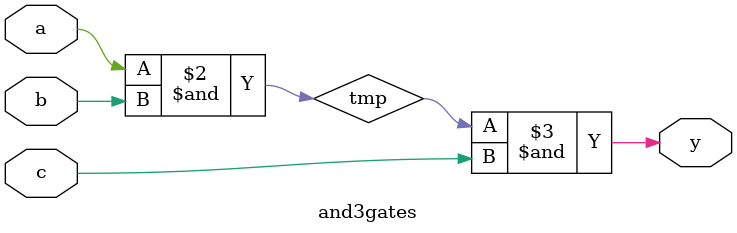
<source format=sv>
module and3gates(input logic a, b, c,
            output logic y);
logic tmp;
always_comb
begin
tmp = a & b;
y = tmp & c;
end
endmodule 
</source>
